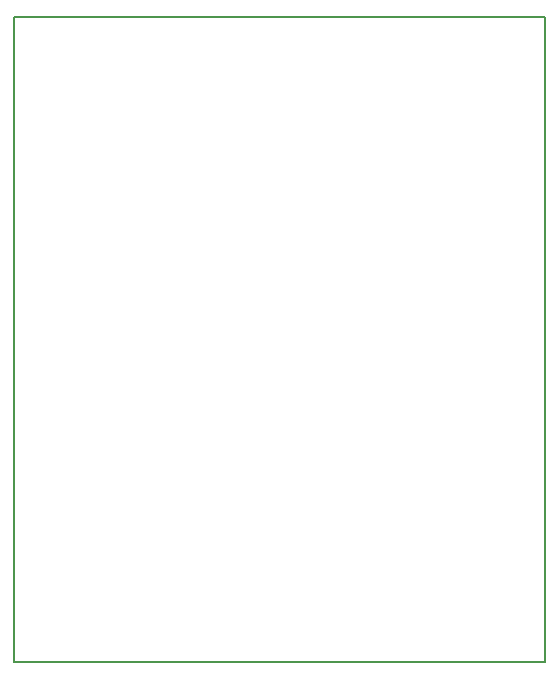
<source format=gbr>
G04 #@! TF.FileFunction,Profile,NP*
%FSLAX46Y46*%
G04 Gerber Fmt 4.6, Leading zero omitted, Abs format (unit mm)*
G04 Created by KiCad (PCBNEW 4.0.7) date 04/26/18 17:15:39*
%MOMM*%
%LPD*%
G01*
G04 APERTURE LIST*
%ADD10C,0.100000*%
%ADD11C,0.150000*%
G04 APERTURE END LIST*
D10*
D11*
X44958000Y54610000D02*
X0Y54610000D01*
X44958000Y0D02*
X44958000Y54610000D01*
X0Y0D02*
X44958000Y0D01*
X0Y54610000D02*
X0Y0D01*
M02*

</source>
